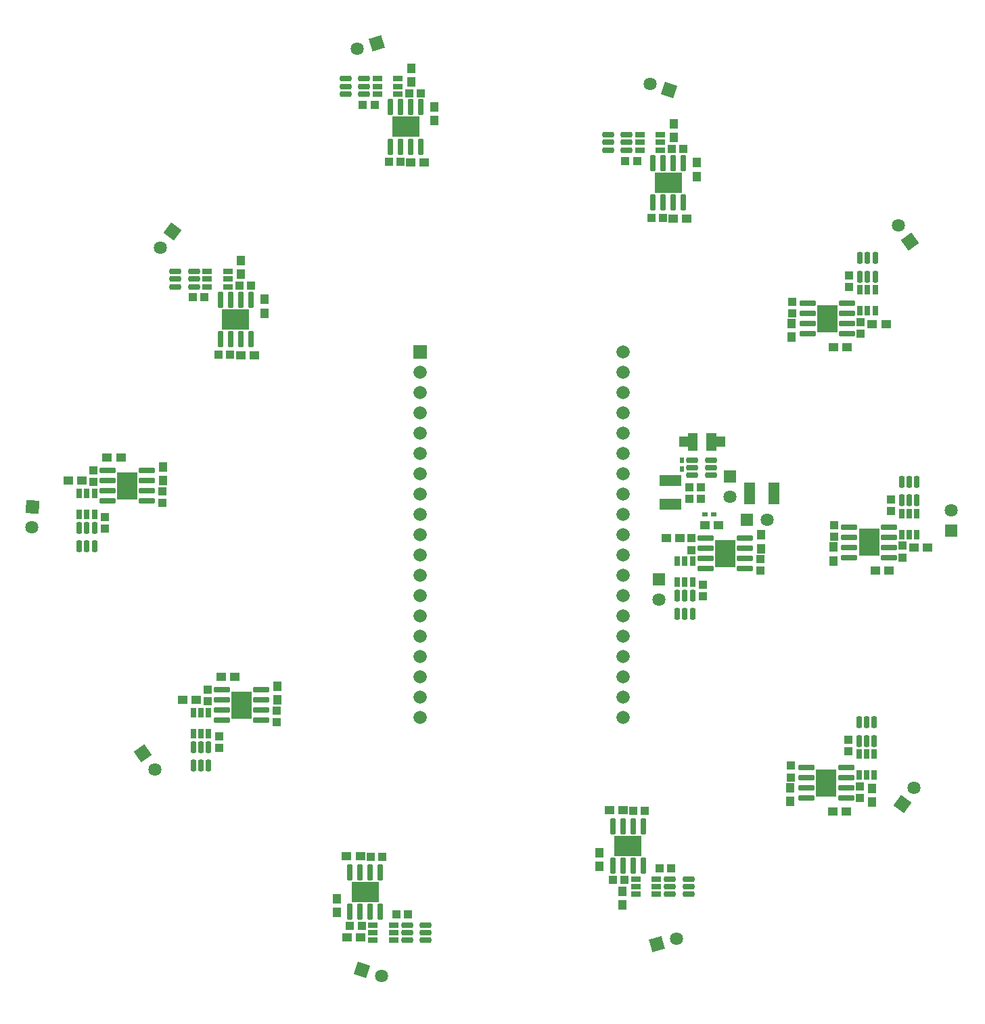
<source format=gts>
G04*
G04 #@! TF.GenerationSoftware,Altium Limited,Altium Designer,23.3.1 (30)*
G04*
G04 Layer_Color=8388736*
%FSLAX44Y44*%
%MOMM*%
G71*
G04*
G04 #@! TF.SameCoordinates,DEB4E624-6092-4267-9E12-8A2B7123D7A8*
G04*
G04*
G04 #@! TF.FilePolarity,Negative*
G04*
G01*
G75*
%ADD28R,1.3400X2.8300*%
G04:AMPARAMS|DCode=29|XSize=1.47mm|YSize=0.69mm|CornerRadius=0.1975mm|HoleSize=0mm|Usage=FLASHONLY|Rotation=180.000|XOffset=0mm|YOffset=0mm|HoleType=Round|Shape=RoundedRectangle|*
%AMROUNDEDRECTD29*
21,1,1.4700,0.2950,0,0,180.0*
21,1,1.0750,0.6900,0,0,180.0*
1,1,0.3950,-0.5375,0.1475*
1,1,0.3950,0.5375,0.1475*
1,1,0.3950,0.5375,-0.1475*
1,1,0.3950,-0.5375,-0.1475*
%
%ADD29ROUNDEDRECTD29*%
%ADD30R,0.6000X0.8000*%
%ADD31R,0.6500X1.3000*%
%ADD32R,1.0000X1.0000*%
G04:AMPARAMS|DCode=33|XSize=1.47mm|YSize=0.69mm|CornerRadius=0.1975mm|HoleSize=0mm|Usage=FLASHONLY|Rotation=270.000|XOffset=0mm|YOffset=0mm|HoleType=Round|Shape=RoundedRectangle|*
%AMROUNDEDRECTD33*
21,1,1.4700,0.2950,0,0,270.0*
21,1,1.0750,0.6900,0,0,270.0*
1,1,0.3950,-0.1475,-0.5375*
1,1,0.3950,-0.1475,0.5375*
1,1,0.3950,0.1475,0.5375*
1,1,0.3950,0.1475,-0.5375*
%
%ADD33ROUNDEDRECTD33*%
%ADD34R,2.5130X3.4020*%
G04:AMPARAMS|DCode=35|XSize=2.07mm|YSize=0.7mm|CornerRadius=0.125mm|HoleSize=0mm|Usage=FLASHONLY|Rotation=180.000|XOffset=0mm|YOffset=0mm|HoleType=Round|Shape=RoundedRectangle|*
%AMROUNDEDRECTD35*
21,1,2.0700,0.4500,0,0,180.0*
21,1,1.8200,0.7000,0,0,180.0*
1,1,0.2500,-0.9100,0.2250*
1,1,0.2500,0.9100,0.2250*
1,1,0.2500,0.9100,-0.2250*
1,1,0.2500,-0.9100,-0.2250*
%
%ADD35ROUNDEDRECTD35*%
%ADD36R,1.2000X1.1000*%
%ADD37R,1.0000X1.0000*%
%ADD38R,0.8000X0.6000*%
%ADD39R,1.1000X1.2000*%
%ADD40R,1.3000X0.6500*%
%ADD41R,3.4020X2.5130*%
G04:AMPARAMS|DCode=42|XSize=2.07mm|YSize=0.7mm|CornerRadius=0.125mm|HoleSize=0mm|Usage=FLASHONLY|Rotation=270.000|XOffset=0mm|YOffset=0mm|HoleType=Round|Shape=RoundedRectangle|*
%AMROUNDEDRECTD42*
21,1,2.0700,0.4500,0,0,270.0*
21,1,1.8200,0.7000,0,0,270.0*
1,1,0.2500,-0.2250,-0.9100*
1,1,0.2500,-0.2250,0.9100*
1,1,0.2500,0.2250,0.9100*
1,1,0.2500,0.2250,-0.9100*
%
%ADD42ROUNDEDRECTD42*%
%ADD43R,2.8300X1.3400*%
%ADD44C,1.6300*%
%ADD45R,1.6300X1.6300*%
%ADD46R,1.6300X1.6300*%
%ADD47P,2.3052X4X350.0*%
%ADD48P,2.3052X4X387.0*%
%ADD49P,2.3052X4X61.0*%
%ADD50P,2.3052X4X99.0*%
%ADD51P,2.3052X4X171.0*%
%ADD52P,2.3052X4X242.0*%
%ADD53P,2.3052X4X278.0*%
%ADD54C,0.1000*%
%ADD55P,2.3052X4X312.0*%
%ADD56C,1.6600*%
%ADD57R,1.6600X1.6600*%
G36*
X645000Y517000D02*
X634000D01*
Y529000D01*
X645000D01*
Y534000D01*
X657000D01*
Y512000D01*
X645000D01*
Y517000D01*
D02*
G37*
G36*
X668000Y534000D02*
X680000D01*
Y529000D01*
X691000D01*
Y517000D01*
X680000D01*
Y512000D01*
X668000D01*
Y534000D01*
D02*
G37*
D28*
X751850Y458500D02*
D03*
X722150D02*
D03*
D29*
X673200Y499750D02*
D03*
Y490250D02*
D03*
Y480750D02*
D03*
X649800D02*
D03*
Y490250D02*
D03*
Y499750D02*
D03*
X293100Y-100550D02*
D03*
Y-91050D02*
D03*
Y-81550D02*
D03*
X316500D02*
D03*
Y-91050D02*
D03*
Y-100550D02*
D03*
X621855Y-43000D02*
D03*
Y-33500D02*
D03*
Y-24000D02*
D03*
X645255D02*
D03*
Y-33500D02*
D03*
Y-43000D02*
D03*
X567817Y906907D02*
D03*
Y897407D02*
D03*
Y887907D02*
D03*
X544417D02*
D03*
Y897407D02*
D03*
Y906907D02*
D03*
X239350Y976898D02*
D03*
Y967398D02*
D03*
Y957898D02*
D03*
X215950D02*
D03*
Y967398D02*
D03*
Y976898D02*
D03*
X26409Y735935D02*
D03*
Y726435D02*
D03*
Y716935D02*
D03*
X3009D02*
D03*
Y726435D02*
D03*
Y735935D02*
D03*
D30*
X636750Y500000D02*
D03*
Y489000D02*
D03*
D31*
X631250Y347250D02*
D03*
X640750D02*
D03*
X650250D02*
D03*
Y373250D02*
D03*
X631250D02*
D03*
X640750D02*
D03*
X-117175Y432075D02*
D03*
X-107675D02*
D03*
X-98175D02*
D03*
Y458075D02*
D03*
X-117175D02*
D03*
X-107675D02*
D03*
X25780Y157750D02*
D03*
X35280D02*
D03*
X44780D02*
D03*
Y183750D02*
D03*
X25780D02*
D03*
X35280D02*
D03*
X877750Y132000D02*
D03*
X868250D02*
D03*
X858750D02*
D03*
Y106000D02*
D03*
X877750D02*
D03*
X868250D02*
D03*
X931250Y433000D02*
D03*
X921750D02*
D03*
X912250D02*
D03*
Y407000D02*
D03*
X931250D02*
D03*
X921750D02*
D03*
X878943Y712790D02*
D03*
X869443D02*
D03*
X859943D02*
D03*
Y686790D02*
D03*
X878943D02*
D03*
X869443D02*
D03*
D32*
X663750Y343750D02*
D03*
Y329250D02*
D03*
X735250Y376250D02*
D03*
Y361750D02*
D03*
X649250Y402000D02*
D03*
Y387500D02*
D03*
X-84675Y428575D02*
D03*
Y414075D02*
D03*
X-13175Y461075D02*
D03*
Y446575D02*
D03*
X-99175Y486825D02*
D03*
Y472325D02*
D03*
X58280Y154250D02*
D03*
Y139750D02*
D03*
X129780Y186750D02*
D03*
Y172250D02*
D03*
X43780Y212500D02*
D03*
Y198000D02*
D03*
X845250Y135500D02*
D03*
Y150000D02*
D03*
X859750Y77250D02*
D03*
Y91750D02*
D03*
X773750Y103000D02*
D03*
Y117500D02*
D03*
X827250Y404000D02*
D03*
Y418500D02*
D03*
X913250Y378250D02*
D03*
Y392750D02*
D03*
X898750Y436500D02*
D03*
Y451000D02*
D03*
X860943Y658040D02*
D03*
Y672540D02*
D03*
X774943Y683790D02*
D03*
Y698290D02*
D03*
X846443Y716290D02*
D03*
Y730790D02*
D03*
D33*
X631250Y330700D02*
D03*
X640750D02*
D03*
X650250D02*
D03*
Y307300D02*
D03*
X640750D02*
D03*
X631250D02*
D03*
X-117175Y415525D02*
D03*
X-107675D02*
D03*
X-98175D02*
D03*
Y392125D02*
D03*
X-107675D02*
D03*
X-117175D02*
D03*
X25780Y141200D02*
D03*
X35280D02*
D03*
X44780D02*
D03*
Y117800D02*
D03*
X35280D02*
D03*
X25780D02*
D03*
X877750Y148550D02*
D03*
X868250D02*
D03*
X858750D02*
D03*
Y171950D02*
D03*
X868250D02*
D03*
X877750D02*
D03*
X931250Y449550D02*
D03*
X921750D02*
D03*
X912250D02*
D03*
Y472950D02*
D03*
X921750D02*
D03*
X931250D02*
D03*
X878943Y729340D02*
D03*
X869443D02*
D03*
X859943D02*
D03*
Y752740D02*
D03*
X869443D02*
D03*
X878943D02*
D03*
D34*
X691250Y383000D02*
D03*
X-57175Y467825D02*
D03*
X85780Y193500D02*
D03*
X817750Y96250D02*
D03*
X871250Y397250D02*
D03*
X818943Y677040D02*
D03*
D35*
X666500Y363950D02*
D03*
Y376650D02*
D03*
Y389350D02*
D03*
Y402050D02*
D03*
X716000D02*
D03*
Y389350D02*
D03*
Y376650D02*
D03*
Y363950D02*
D03*
X-81925Y448775D02*
D03*
Y461475D02*
D03*
Y474175D02*
D03*
Y486875D02*
D03*
X-32425D02*
D03*
Y474175D02*
D03*
Y461475D02*
D03*
Y448775D02*
D03*
X61030Y174450D02*
D03*
Y187150D02*
D03*
Y199850D02*
D03*
Y212550D02*
D03*
X110530D02*
D03*
Y199850D02*
D03*
Y187150D02*
D03*
Y174450D02*
D03*
X842500Y115300D02*
D03*
Y102600D02*
D03*
Y89900D02*
D03*
Y77200D02*
D03*
X793000D02*
D03*
Y89900D02*
D03*
Y102600D02*
D03*
Y115300D02*
D03*
X896000Y416300D02*
D03*
Y403600D02*
D03*
Y390900D02*
D03*
Y378200D02*
D03*
X846500D02*
D03*
Y390900D02*
D03*
Y403600D02*
D03*
Y416300D02*
D03*
X843693Y696090D02*
D03*
Y683390D02*
D03*
Y670690D02*
D03*
Y657990D02*
D03*
X794193D02*
D03*
Y670690D02*
D03*
Y683390D02*
D03*
Y696090D02*
D03*
D36*
X617500Y402000D02*
D03*
X634500D02*
D03*
X683250Y418750D02*
D03*
X666250D02*
D03*
X-65175Y503575D02*
D03*
X-82175D02*
D03*
X-130675Y474575D02*
D03*
X-113675D02*
D03*
X77780Y229250D02*
D03*
X60780D02*
D03*
X12280Y200250D02*
D03*
X29280D02*
D03*
X234550Y4200D02*
D03*
X217550D02*
D03*
X218018Y-97032D02*
D03*
X235018D02*
D03*
X563305Y61750D02*
D03*
X546305D02*
D03*
X825750Y60500D02*
D03*
X842750D02*
D03*
X879250Y361500D02*
D03*
X896250D02*
D03*
X944750Y390500D02*
D03*
X927750D02*
D03*
X892443Y670290D02*
D03*
X875443D02*
D03*
X826943Y641290D02*
D03*
X843943D02*
D03*
X626367Y802157D02*
D03*
X643367D02*
D03*
X297900Y872148D02*
D03*
X314900D02*
D03*
X84959Y631185D02*
D03*
X101959D02*
D03*
D37*
X646250Y465750D02*
D03*
X660750D02*
D03*
Y451750D02*
D03*
X646250D02*
D03*
X280050Y-68050D02*
D03*
X294550D02*
D03*
X247550Y3450D02*
D03*
X262050D02*
D03*
X221800Y-82550D02*
D03*
X236300D02*
D03*
X608805Y-10500D02*
D03*
X623305D02*
D03*
X550555Y-25000D02*
D03*
X565055D02*
D03*
X576305Y61000D02*
D03*
X590805D02*
D03*
X580867Y874407D02*
D03*
X566367D02*
D03*
X613367Y802907D02*
D03*
X598867D02*
D03*
X639117Y888907D02*
D03*
X624617D02*
D03*
X284900Y872898D02*
D03*
X270400D02*
D03*
X310650Y958898D02*
D03*
X296150D02*
D03*
X252400Y944398D02*
D03*
X237900D02*
D03*
X39459Y703435D02*
D03*
X24959D02*
D03*
X71959Y631935D02*
D03*
X57459D02*
D03*
X97709Y717935D02*
D03*
X83209D02*
D03*
D38*
X666250Y431750D02*
D03*
X677250D02*
D03*
D39*
X736000Y389250D02*
D03*
Y406250D02*
D03*
X-12425Y474075D02*
D03*
Y491075D02*
D03*
X130530Y199750D02*
D03*
Y216750D02*
D03*
X205050Y-48550D02*
D03*
Y-65550D02*
D03*
X562805Y-56500D02*
D03*
Y-39500D02*
D03*
X533805Y9000D02*
D03*
Y-8000D02*
D03*
X874950Y71925D02*
D03*
Y88925D02*
D03*
X773000Y90000D02*
D03*
Y73000D02*
D03*
X826500Y391000D02*
D03*
Y374000D02*
D03*
X774193Y670790D02*
D03*
Y653790D02*
D03*
X655867Y854907D02*
D03*
Y871907D02*
D03*
X626867Y920407D02*
D03*
Y903407D02*
D03*
X327400Y924898D02*
D03*
Y941898D02*
D03*
X298400Y990398D02*
D03*
Y973398D02*
D03*
X114484Y683910D02*
D03*
Y700910D02*
D03*
X85334Y749310D02*
D03*
Y732310D02*
D03*
D40*
X276550Y-100550D02*
D03*
Y-91050D02*
D03*
Y-81550D02*
D03*
X250550D02*
D03*
Y-100550D02*
D03*
Y-91050D02*
D03*
X605305Y-43000D02*
D03*
Y-33500D02*
D03*
Y-24000D02*
D03*
X579305D02*
D03*
Y-43000D02*
D03*
Y-33500D02*
D03*
X584367Y906907D02*
D03*
Y897407D02*
D03*
Y887907D02*
D03*
X610367D02*
D03*
Y906907D02*
D03*
Y897407D02*
D03*
X255900Y976898D02*
D03*
Y967398D02*
D03*
Y957898D02*
D03*
X281900D02*
D03*
Y976898D02*
D03*
Y967398D02*
D03*
X42959Y735935D02*
D03*
Y726435D02*
D03*
Y716935D02*
D03*
X68959D02*
D03*
Y735935D02*
D03*
Y726435D02*
D03*
D41*
X240800Y-40550D02*
D03*
X569555Y17000D02*
D03*
X620117Y846907D02*
D03*
X78709Y675935D02*
D03*
X291650Y916898D02*
D03*
D42*
X259850Y-65300D02*
D03*
X247150D02*
D03*
X234450D02*
D03*
X221750D02*
D03*
Y-15800D02*
D03*
X234450D02*
D03*
X247150D02*
D03*
X259850D02*
D03*
X588605Y-7750D02*
D03*
X575905D02*
D03*
X563205D02*
D03*
X550505D02*
D03*
Y41750D02*
D03*
X563205D02*
D03*
X575905D02*
D03*
X588605D02*
D03*
X601067Y871657D02*
D03*
X613767D02*
D03*
X626467D02*
D03*
X639167D02*
D03*
Y822157D02*
D03*
X626467D02*
D03*
X613767D02*
D03*
X601067D02*
D03*
X59659Y700685D02*
D03*
X72359D02*
D03*
X85059D02*
D03*
X97759D02*
D03*
Y651185D02*
D03*
X85059D02*
D03*
X72359D02*
D03*
X59659D02*
D03*
X272600Y892148D02*
D03*
X285300D02*
D03*
X298000D02*
D03*
X310700D02*
D03*
Y941648D02*
D03*
X298000D02*
D03*
X285300D02*
D03*
X272600D02*
D03*
D43*
X622500Y474100D02*
D03*
Y444400D02*
D03*
D44*
X697000Y454300D02*
D03*
X608000Y325500D02*
D03*
X743700Y425000D02*
D03*
X-22716Y112597D02*
D03*
X261046Y-145357D02*
D03*
X630208Y-98499D02*
D03*
X927665Y90225D02*
D03*
X907728Y793464D02*
D03*
X596922Y970925D02*
D03*
X230855Y1014287D02*
D03*
X-15643Y765857D02*
D03*
X974315Y436950D02*
D03*
X-176754Y415860D02*
D03*
D45*
X697000Y479700D02*
D03*
X608000Y350900D02*
D03*
X974315Y411550D02*
D03*
D46*
X718300Y425000D02*
D03*
D47*
X-37284Y133403D02*
D03*
D48*
X236889Y-137507D02*
D03*
X621078Y963075D02*
D03*
D49*
X605792Y-105501D02*
D03*
D50*
X912735Y69675D02*
D03*
D51*
X922658Y772915D02*
D03*
D52*
X255145Y1021713D02*
D03*
D53*
X-357Y786143D02*
D03*
D54*
X847765Y885250D02*
D03*
X985741Y691754D02*
D03*
X986789Y175683D02*
D03*
X847347Y-14235D02*
D03*
X356514Y-174503D02*
D03*
X132727Y-100442D02*
D03*
X-171285Y317110D02*
D03*
X-170044Y552951D02*
D03*
X131860Y972714D02*
D03*
X356522Y1044261D02*
D03*
D55*
X-175425Y441225D02*
D03*
D56*
X563250Y178150D02*
D03*
Y203550D02*
D03*
Y228950D02*
D03*
Y254350D02*
D03*
Y279750D02*
D03*
Y305150D02*
D03*
Y330550D02*
D03*
Y355950D02*
D03*
Y381350D02*
D03*
Y406750D02*
D03*
Y432150D02*
D03*
Y457550D02*
D03*
Y482950D02*
D03*
Y508350D02*
D03*
Y533750D02*
D03*
Y559150D02*
D03*
Y584550D02*
D03*
Y609950D02*
D03*
Y635350D02*
D03*
X309250Y203550D02*
D03*
Y228950D02*
D03*
Y254350D02*
D03*
Y279750D02*
D03*
Y305150D02*
D03*
Y330550D02*
D03*
Y355950D02*
D03*
Y381350D02*
D03*
Y406750D02*
D03*
Y432150D02*
D03*
Y457550D02*
D03*
Y482950D02*
D03*
Y508350D02*
D03*
Y533750D02*
D03*
Y559150D02*
D03*
Y584550D02*
D03*
Y178150D02*
D03*
Y609950D02*
D03*
D57*
Y635350D02*
D03*
M02*

</source>
